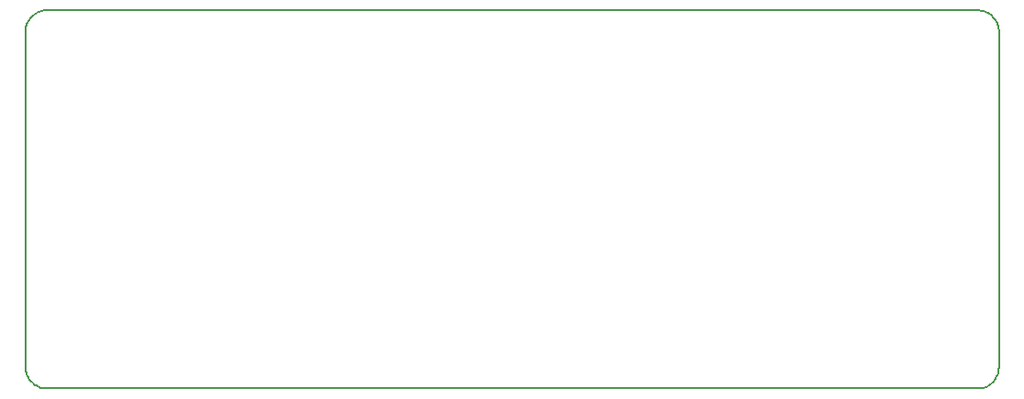
<source format=gm1>
%FSTAX23Y23*%
%MOIN*%
%SFA1B1*%

%IPPOS*%
%ADD12C,0.007874*%
%ADD15C,0.007846*%
%LNflowmeter-1*%
%LPD*%
G54D12*
X0Y00078D02*
D01*
X0Y00073*
X0Y00067*
X00001Y00062*
X00003Y00057*
X00004Y00051*
X00006Y00046*
X00009Y00041*
X00011Y00037*
X00015Y00032*
X00018Y00028*
X00022Y00024*
X00026Y0002*
X0003Y00016*
X00034Y00013*
X00039Y0001*
X00044Y00007*
X00049Y00005*
X00054Y00003*
X00059Y00002*
X00065Y00001*
X0007Y0*
X00075Y0*
X00078Y0*
X03464D02*
D01*
X0347Y0*
X03475Y0*
X0348Y00001*
X03486Y00003*
X03491Y00004*
X03496Y00006*
X03501Y00009*
X03506Y00011*
X0351Y00015*
X03515Y00018*
X03519Y00022*
X03523Y00026*
X03526Y0003*
X03529Y00034*
X03532Y00039*
X03535Y00044*
X03537Y00049*
X03539Y00054*
X0354Y00059*
X03542Y00065*
X03542Y0007*
X03543Y00075*
X03543Y00078*
Y01299D02*
D01*
X03543Y01304*
X03542Y0131*
X03541Y01315*
X0354Y0132*
X03538Y01326*
X03536Y01331*
X03534Y01336*
X03531Y0134*
X03528Y01345*
X03524Y01349*
X03521Y01353*
X03517Y01357*
X03513Y01361*
X03508Y01364*
X03503Y01367*
X03499Y01369*
X03494Y01372*
X03488Y01374*
X03483Y01375*
X03478Y01376*
X03472Y01377*
X03467Y01377*
X03464Y01377*
X00078D02*
D01*
X00073Y01377*
X00067Y01377*
X00062Y01376*
X00057Y01374*
X00051Y01373*
X00046Y01371*
X00041Y01368*
X00037Y01365*
X00032Y01362*
X00028Y01359*
X00024Y01355*
X0002Y01351*
X00016Y01347*
X00013Y01343*
X0001Y01338*
X00007Y01333*
X00005Y01328*
X00003Y01323*
X00002Y01318*
X00001Y01312*
X0Y01307*
X0Y01301*
X0Y01299*
X00078Y01377D02*
X03464D01*
X00078Y0D02*
X03464D01*
X03543Y00078D02*
Y01299D01*
X0Y00078D02*
Y01259D01*
G54D15*
X0Y01259D02*
Y01299D01*
M02*
</source>
